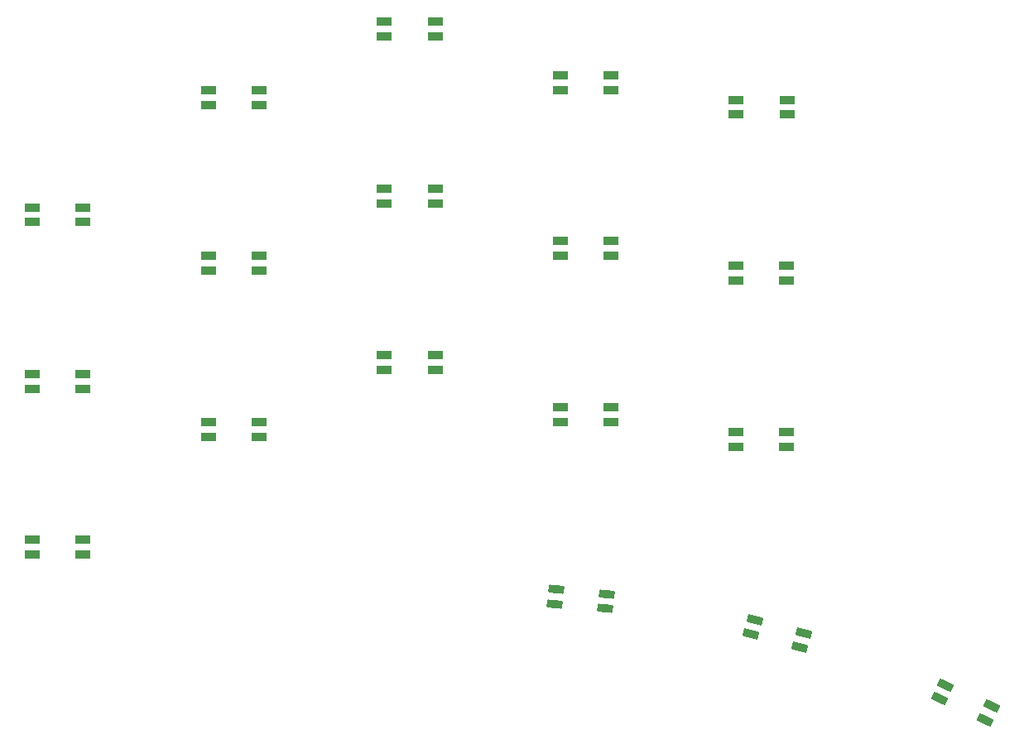
<source format=gbr>
%TF.GenerationSoftware,KiCad,Pcbnew,(6.0.0)*%
%TF.CreationDate,2022-04-18T13:44:49-07:00*%
%TF.ProjectId,half-swept,68616c66-2d73-4776-9570-742e6b696361,rev?*%
%TF.SameCoordinates,Original*%
%TF.FileFunction,Paste,Top*%
%TF.FilePolarity,Positive*%
%FSLAX46Y46*%
G04 Gerber Fmt 4.6, Leading zero omitted, Abs format (unit mm)*
G04 Created by KiCad (PCBNEW (6.0.0)) date 2022-04-18 13:44:49*
%MOMM*%
%LPD*%
G01*
G04 APERTURE LIST*
G04 Aperture macros list*
%AMRoundRect*
0 Rectangle with rounded corners*
0 $1 Rounding radius*
0 $2 $3 $4 $5 $6 $7 $8 $9 X,Y pos of 4 corners*
0 Add a 4 corners polygon primitive as box body*
4,1,4,$2,$3,$4,$5,$6,$7,$8,$9,$2,$3,0*
0 Add four circle primitives for the rounded corners*
1,1,$1+$1,$2,$3*
1,1,$1+$1,$4,$5*
1,1,$1+$1,$6,$7*
1,1,$1+$1,$8,$9*
0 Add four rect primitives between the rounded corners*
20,1,$1+$1,$2,$3,$4,$5,0*
20,1,$1+$1,$4,$5,$6,$7,0*
20,1,$1+$1,$6,$7,$8,$9,0*
20,1,$1+$1,$8,$9,$2,$3,0*%
G04 Aperture macros list end*
%ADD10RoundRect,0.082000X-0.718000X0.328000X-0.718000X-0.328000X0.718000X-0.328000X0.718000X0.328000X0*%
%ADD11RoundRect,0.082000X-0.686681X0.389330X-0.743855X-0.264174X0.686681X-0.389330X0.743855X0.264174X0*%
%ADD12RoundRect,0.082000X-0.608642X0.502656X-0.778427X-0.130992X0.608642X-0.502656X0.778427X0.130992X0*%
%ADD13RoundRect,0.082000X-0.512110X0.600709X-0.789348X0.006171X0.512110X-0.600709X0.789348X-0.006171X0*%
G04 APERTURE END LIST*
D10*
%TO.C,D34*%
X43030583Y-23382374D03*
X43030583Y-24882374D03*
X37830583Y-24882374D03*
X37830583Y-23382374D03*
%TD*%
%TO.C,D26*%
X55830581Y-50516374D03*
X55830581Y-52016374D03*
X61030581Y-52016374D03*
X61030581Y-50516374D03*
%TD*%
%TO.C,D31*%
X43030584Y-40356374D03*
X43030584Y-41856374D03*
X37830584Y-41856374D03*
X37830584Y-40356374D03*
%TD*%
%TO.C,D28*%
X43030584Y-57374374D03*
X43030584Y-58874374D03*
X37830584Y-58874374D03*
X37830584Y-57374374D03*
%TD*%
%TO.C,D32*%
X79030583Y-38832376D03*
X79030583Y-40332376D03*
X73830583Y-40332376D03*
X73830583Y-38832376D03*
%TD*%
%TO.C,D21*%
X97030581Y-24382375D03*
X97030581Y-25882375D03*
X91830581Y-25882375D03*
X91830581Y-24382375D03*
%TD*%
%TO.C,D19*%
X25030582Y-35382374D03*
X25030582Y-36882374D03*
X19830582Y-36882374D03*
X19830582Y-35382374D03*
%TD*%
%TO.C,D23*%
X61030583Y-33498373D03*
X61030583Y-34998373D03*
X55830583Y-34998373D03*
X55830583Y-33498373D03*
%TD*%
%TO.C,D22*%
X25030582Y-52432374D03*
X25030582Y-53932374D03*
X19830582Y-53932374D03*
X19830582Y-52432374D03*
%TD*%
%TO.C,D35*%
X79030583Y-21882373D03*
X79030583Y-23382373D03*
X73830583Y-23382373D03*
X73830583Y-21882373D03*
%TD*%
%TO.C,D25*%
X25030583Y-69382374D03*
X25030583Y-70882374D03*
X19830583Y-70882374D03*
X19830583Y-69382374D03*
%TD*%
%TO.C,D24*%
X97010582Y-41372375D03*
X97010582Y-42872375D03*
X91810582Y-42872375D03*
X91810582Y-41372375D03*
%TD*%
D11*
%TO.C,D30*%
X78578807Y-74931161D03*
X78448074Y-76425453D03*
X73267861Y-75972243D03*
X73398595Y-74477951D03*
%TD*%
D10*
%TO.C,D29*%
X79030582Y-55850375D03*
X79030582Y-57350375D03*
X73830582Y-57350375D03*
X73830582Y-55850375D03*
%TD*%
D12*
%TO.C,D33*%
X98750904Y-78953954D03*
X98362676Y-80402843D03*
X93339861Y-79056984D03*
X93728090Y-77608095D03*
%TD*%
D10*
%TO.C,D20*%
X61030583Y-16382374D03*
X61030583Y-17882374D03*
X55830583Y-17882374D03*
X55830583Y-16382374D03*
%TD*%
D13*
%TO.C,D36*%
X117950850Y-86427406D03*
X117316922Y-87786868D03*
X112604122Y-85589253D03*
X113238049Y-84229791D03*
%TD*%
D10*
%TO.C,D27*%
X97010583Y-58390374D03*
X97010583Y-59890374D03*
X91810583Y-59890374D03*
X91810583Y-58390374D03*
%TD*%
M02*

</source>
